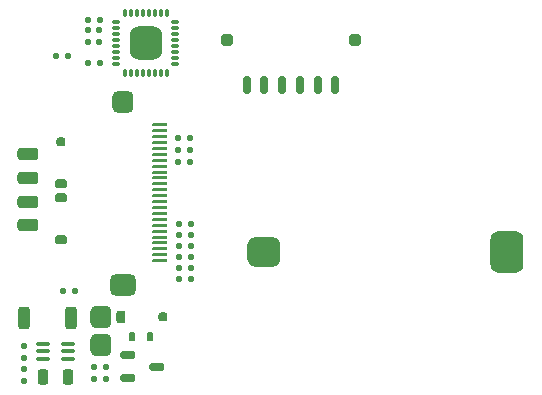
<source format=gtp>
G04*
G04 #@! TF.GenerationSoftware,Altium Limited,Altium Designer,18.1.7 (191)*
G04*
G04 Layer_Color=8421504*
%FSLAX25Y25*%
%MOIN*%
G70*
G01*
G75*
G04:AMPARAMS|DCode=19|XSize=23.62mil|YSize=59.06mil|CornerRadius=5.91mil|HoleSize=0mil|Usage=FLASHONLY|Rotation=180.000|XOffset=0mil|YOffset=0mil|HoleType=Round|Shape=RoundedRectangle|*
%AMROUNDEDRECTD19*
21,1,0.02362,0.04724,0,0,180.0*
21,1,0.01181,0.05906,0,0,180.0*
1,1,0.01181,-0.00591,0.02362*
1,1,0.01181,0.00591,0.02362*
1,1,0.01181,0.00591,-0.02362*
1,1,0.01181,-0.00591,-0.02362*
%
%ADD19ROUNDEDRECTD19*%
G04:AMPARAMS|DCode=20|XSize=39.37mil|YSize=39.37mil|CornerRadius=9.84mil|HoleSize=0mil|Usage=FLASHONLY|Rotation=180.000|XOffset=0mil|YOffset=0mil|HoleType=Round|Shape=RoundedRectangle|*
%AMROUNDEDRECTD20*
21,1,0.03937,0.01968,0,0,180.0*
21,1,0.01968,0.03937,0,0,180.0*
1,1,0.01968,-0.00984,0.00984*
1,1,0.01968,0.00984,0.00984*
1,1,0.01968,0.00984,-0.00984*
1,1,0.01968,-0.00984,-0.00984*
%
%ADD20ROUNDEDRECTD20*%
G04:AMPARAMS|DCode=21|XSize=40mil|YSize=74mil|CornerRadius=10mil|HoleSize=0mil|Usage=FLASHONLY|Rotation=180.000|XOffset=0mil|YOffset=0mil|HoleType=Round|Shape=RoundedRectangle|*
%AMROUNDEDRECTD21*
21,1,0.04000,0.05400,0,0,180.0*
21,1,0.02000,0.07400,0,0,180.0*
1,1,0.02000,-0.01000,0.02700*
1,1,0.02000,0.01000,0.02700*
1,1,0.02000,0.01000,-0.02700*
1,1,0.02000,-0.01000,-0.02700*
%
%ADD21ROUNDEDRECTD21*%
G04:AMPARAMS|DCode=22|XSize=110mil|YSize=140mil|CornerRadius=27.5mil|HoleSize=0mil|Usage=FLASHONLY|Rotation=0.000|XOffset=0mil|YOffset=0mil|HoleType=Round|Shape=RoundedRectangle|*
%AMROUNDEDRECTD22*
21,1,0.11000,0.08500,0,0,0.0*
21,1,0.05500,0.14000,0,0,0.0*
1,1,0.05500,0.02750,-0.04250*
1,1,0.05500,-0.02750,-0.04250*
1,1,0.05500,-0.02750,0.04250*
1,1,0.05500,0.02750,0.04250*
%
%ADD22ROUNDEDRECTD22*%
G04:AMPARAMS|DCode=23|XSize=110mil|YSize=100mil|CornerRadius=25mil|HoleSize=0mil|Usage=FLASHONLY|Rotation=0.000|XOffset=0mil|YOffset=0mil|HoleType=Round|Shape=RoundedRectangle|*
%AMROUNDEDRECTD23*
21,1,0.11000,0.05000,0,0,0.0*
21,1,0.06000,0.10000,0,0,0.0*
1,1,0.05000,0.03000,-0.02500*
1,1,0.05000,-0.03000,-0.02500*
1,1,0.05000,-0.03000,0.02500*
1,1,0.05000,0.03000,0.02500*
%
%ADD23ROUNDEDRECTD23*%
G04:AMPARAMS|DCode=24|XSize=20mil|YSize=20mil|CornerRadius=5mil|HoleSize=0mil|Usage=FLASHONLY|Rotation=270.000|XOffset=0mil|YOffset=0mil|HoleType=Round|Shape=RoundedRectangle|*
%AMROUNDEDRECTD24*
21,1,0.02000,0.01000,0,0,270.0*
21,1,0.01000,0.02000,0,0,270.0*
1,1,0.01000,-0.00500,-0.00500*
1,1,0.01000,-0.00500,0.00500*
1,1,0.01000,0.00500,0.00500*
1,1,0.01000,0.00500,-0.00500*
%
%ADD24ROUNDEDRECTD24*%
G04:AMPARAMS|DCode=25|XSize=23.62mil|YSize=50mil|CornerRadius=5.91mil|HoleSize=0mil|Usage=FLASHONLY|Rotation=90.000|XOffset=0mil|YOffset=0mil|HoleType=Round|Shape=RoundedRectangle|*
%AMROUNDEDRECTD25*
21,1,0.02362,0.03819,0,0,90.0*
21,1,0.01181,0.05000,0,0,90.0*
1,1,0.01181,0.01909,0.00591*
1,1,0.01181,0.01909,-0.00591*
1,1,0.01181,-0.01909,-0.00591*
1,1,0.01181,-0.01909,0.00591*
%
%ADD25ROUNDEDRECTD25*%
G04:AMPARAMS|DCode=26|XSize=51.18mil|YSize=35.43mil|CornerRadius=8.86mil|HoleSize=0mil|Usage=FLASHONLY|Rotation=270.000|XOffset=0mil|YOffset=0mil|HoleType=Round|Shape=RoundedRectangle|*
%AMROUNDEDRECTD26*
21,1,0.05118,0.01772,0,0,270.0*
21,1,0.03347,0.03543,0,0,270.0*
1,1,0.01772,-0.00886,-0.01673*
1,1,0.01772,-0.00886,0.01673*
1,1,0.01772,0.00886,0.01673*
1,1,0.01772,0.00886,-0.01673*
%
%ADD26ROUNDEDRECTD26*%
G04:AMPARAMS|DCode=27|XSize=20mil|YSize=20mil|CornerRadius=5mil|HoleSize=0mil|Usage=FLASHONLY|Rotation=180.000|XOffset=0mil|YOffset=0mil|HoleType=Round|Shape=RoundedRectangle|*
%AMROUNDEDRECTD27*
21,1,0.02000,0.01000,0,0,180.0*
21,1,0.01000,0.02000,0,0,180.0*
1,1,0.01000,-0.00500,0.00500*
1,1,0.01000,0.00500,0.00500*
1,1,0.01000,0.00500,-0.00500*
1,1,0.01000,-0.00500,-0.00500*
%
%ADD27ROUNDEDRECTD27*%
G04:AMPARAMS|DCode=28|XSize=46mil|YSize=14mil|CornerRadius=3.5mil|HoleSize=0mil|Usage=FLASHONLY|Rotation=0.000|XOffset=0mil|YOffset=0mil|HoleType=Round|Shape=RoundedRectangle|*
%AMROUNDEDRECTD28*
21,1,0.04600,0.00700,0,0,0.0*
21,1,0.03900,0.01400,0,0,0.0*
1,1,0.00700,0.01950,-0.00350*
1,1,0.00700,-0.01950,-0.00350*
1,1,0.00700,-0.01950,0.00350*
1,1,0.00700,0.01950,0.00350*
%
%ADD28ROUNDEDRECTD28*%
G04:AMPARAMS|DCode=29|XSize=30mil|YSize=22mil|CornerRadius=5.5mil|HoleSize=0mil|Usage=FLASHONLY|Rotation=90.000|XOffset=0mil|YOffset=0mil|HoleType=Round|Shape=RoundedRectangle|*
%AMROUNDEDRECTD29*
21,1,0.03000,0.01100,0,0,90.0*
21,1,0.01900,0.02200,0,0,90.0*
1,1,0.01100,0.00550,0.00950*
1,1,0.01100,0.00550,-0.00950*
1,1,0.01100,-0.00550,-0.00950*
1,1,0.01100,-0.00550,0.00950*
%
%ADD29ROUNDEDRECTD29*%
G04:AMPARAMS|DCode=30|XSize=75mil|YSize=70mil|CornerRadius=17.5mil|HoleSize=0mil|Usage=FLASHONLY|Rotation=90.000|XOffset=0mil|YOffset=0mil|HoleType=Round|Shape=RoundedRectangle|*
%AMROUNDEDRECTD30*
21,1,0.07500,0.03500,0,0,90.0*
21,1,0.04000,0.07000,0,0,90.0*
1,1,0.03500,0.01750,0.02000*
1,1,0.03500,0.01750,-0.02000*
1,1,0.03500,-0.01750,-0.02000*
1,1,0.03500,-0.01750,0.02000*
%
%ADD30ROUNDEDRECTD30*%
G04:AMPARAMS|DCode=31|XSize=30mil|YSize=40mil|CornerRadius=7.5mil|HoleSize=0mil|Usage=FLASHONLY|Rotation=180.000|XOffset=0mil|YOffset=0mil|HoleType=Round|Shape=RoundedRectangle|*
%AMROUNDEDRECTD31*
21,1,0.03000,0.02500,0,0,180.0*
21,1,0.01500,0.04000,0,0,180.0*
1,1,0.01500,-0.00750,0.01250*
1,1,0.01500,0.00750,0.01250*
1,1,0.01500,0.00750,-0.01250*
1,1,0.01500,-0.00750,-0.01250*
%
%ADD31ROUNDEDRECTD31*%
G04:AMPARAMS|DCode=32|XSize=30mil|YSize=30mil|CornerRadius=7.5mil|HoleSize=0mil|Usage=FLASHONLY|Rotation=180.000|XOffset=0mil|YOffset=0mil|HoleType=Round|Shape=RoundedRectangle|*
%AMROUNDEDRECTD32*
21,1,0.03000,0.01500,0,0,180.0*
21,1,0.01500,0.03000,0,0,180.0*
1,1,0.01500,-0.00750,0.00750*
1,1,0.01500,0.00750,0.00750*
1,1,0.01500,0.00750,-0.00750*
1,1,0.01500,-0.00750,-0.00750*
%
%ADD32ROUNDEDRECTD32*%
G04:AMPARAMS|DCode=33|XSize=30mil|YSize=40mil|CornerRadius=7.5mil|HoleSize=0mil|Usage=FLASHONLY|Rotation=270.000|XOffset=0mil|YOffset=0mil|HoleType=Round|Shape=RoundedRectangle|*
%AMROUNDEDRECTD33*
21,1,0.03000,0.02500,0,0,270.0*
21,1,0.01500,0.04000,0,0,270.0*
1,1,0.01500,-0.01250,-0.00750*
1,1,0.01500,-0.01250,0.00750*
1,1,0.01500,0.01250,0.00750*
1,1,0.01500,0.01250,-0.00750*
%
%ADD33ROUNDEDRECTD33*%
G04:AMPARAMS|DCode=34|XSize=30mil|YSize=30mil|CornerRadius=7.5mil|HoleSize=0mil|Usage=FLASHONLY|Rotation=270.000|XOffset=0mil|YOffset=0mil|HoleType=Round|Shape=RoundedRectangle|*
%AMROUNDEDRECTD34*
21,1,0.03000,0.01500,0,0,270.0*
21,1,0.01500,0.03000,0,0,270.0*
1,1,0.01500,-0.00750,-0.00750*
1,1,0.01500,-0.00750,0.00750*
1,1,0.01500,0.00750,0.00750*
1,1,0.01500,0.00750,-0.00750*
%
%ADD34ROUNDEDRECTD34*%
G04:AMPARAMS|DCode=35|XSize=39.37mil|YSize=70mil|CornerRadius=9.84mil|HoleSize=0mil|Usage=FLASHONLY|Rotation=270.000|XOffset=0mil|YOffset=0mil|HoleType=Round|Shape=RoundedRectangle|*
%AMROUNDEDRECTD35*
21,1,0.03937,0.05031,0,0,270.0*
21,1,0.01968,0.07000,0,0,270.0*
1,1,0.01968,-0.02516,-0.00984*
1,1,0.01968,-0.02516,0.00984*
1,1,0.01968,0.02516,0.00984*
1,1,0.01968,0.02516,-0.00984*
%
%ADD35ROUNDEDRECTD35*%
G04:AMPARAMS|DCode=36|XSize=106.3mil|YSize=110.24mil|CornerRadius=26.57mil|HoleSize=0mil|Usage=FLASHONLY|Rotation=0.000|XOffset=0mil|YOffset=0mil|HoleType=Round|Shape=RoundedRectangle|*
%AMROUNDEDRECTD36*
21,1,0.10630,0.05709,0,0,0.0*
21,1,0.05315,0.11024,0,0,0.0*
1,1,0.05315,0.02657,-0.02854*
1,1,0.05315,-0.02657,-0.02854*
1,1,0.05315,-0.02657,0.02854*
1,1,0.05315,0.02657,0.02854*
%
%ADD36ROUNDEDRECTD36*%
G04:AMPARAMS|DCode=37|XSize=11.81mil|YSize=23.62mil|CornerRadius=2.95mil|HoleSize=0mil|Usage=FLASHONLY|Rotation=90.000|XOffset=0mil|YOffset=0mil|HoleType=Round|Shape=RoundedRectangle|*
%AMROUNDEDRECTD37*
21,1,0.01181,0.01772,0,0,90.0*
21,1,0.00591,0.02362,0,0,90.0*
1,1,0.00591,0.00886,0.00295*
1,1,0.00591,0.00886,-0.00295*
1,1,0.00591,-0.00886,-0.00295*
1,1,0.00591,-0.00886,0.00295*
%
%ADD37ROUNDEDRECTD37*%
G04:AMPARAMS|DCode=38|XSize=11.81mil|YSize=23.62mil|CornerRadius=2.95mil|HoleSize=0mil|Usage=FLASHONLY|Rotation=180.000|XOffset=0mil|YOffset=0mil|HoleType=Round|Shape=RoundedRectangle|*
%AMROUNDEDRECTD38*
21,1,0.01181,0.01772,0,0,180.0*
21,1,0.00591,0.02362,0,0,180.0*
1,1,0.00591,-0.00295,0.00886*
1,1,0.00591,0.00295,0.00886*
1,1,0.00591,0.00295,-0.00886*
1,1,0.00591,-0.00295,-0.00886*
%
%ADD38ROUNDEDRECTD38*%
G04:AMPARAMS|DCode=39|XSize=50mil|YSize=10mil|CornerRadius=2.5mil|HoleSize=0mil|Usage=FLASHONLY|Rotation=0.000|XOffset=0mil|YOffset=0mil|HoleType=Round|Shape=RoundedRectangle|*
%AMROUNDEDRECTD39*
21,1,0.05000,0.00500,0,0,0.0*
21,1,0.04500,0.01000,0,0,0.0*
1,1,0.00500,0.02250,-0.00250*
1,1,0.00500,-0.02250,-0.00250*
1,1,0.00500,-0.02250,0.00250*
1,1,0.00500,0.02250,0.00250*
%
%ADD39ROUNDEDRECTD39*%
G04:AMPARAMS|DCode=40|XSize=86mil|YSize=72mil|CornerRadius=18mil|HoleSize=0mil|Usage=FLASHONLY|Rotation=180.000|XOffset=0mil|YOffset=0mil|HoleType=Round|Shape=RoundedRectangle|*
%AMROUNDEDRECTD40*
21,1,0.08600,0.03600,0,0,180.0*
21,1,0.05000,0.07200,0,0,180.0*
1,1,0.03600,-0.02500,0.01800*
1,1,0.03600,0.02500,0.01800*
1,1,0.03600,0.02500,-0.01800*
1,1,0.03600,-0.02500,-0.01800*
%
%ADD40ROUNDEDRECTD40*%
G04:AMPARAMS|DCode=41|XSize=70mil|YSize=72mil|CornerRadius=17.5mil|HoleSize=0mil|Usage=FLASHONLY|Rotation=180.000|XOffset=0mil|YOffset=0mil|HoleType=Round|Shape=RoundedRectangle|*
%AMROUNDEDRECTD41*
21,1,0.07000,0.03700,0,0,180.0*
21,1,0.03500,0.07200,0,0,180.0*
1,1,0.03500,-0.01750,0.01850*
1,1,0.03500,0.01750,0.01850*
1,1,0.03500,0.01750,-0.01850*
1,1,0.03500,-0.01750,-0.01850*
%
%ADD41ROUNDEDRECTD41*%
D19*
X83500Y124000D02*
D03*
X77595D02*
D03*
X95311D02*
D03*
X89406D02*
D03*
X71689D02*
D03*
X65784D02*
D03*
D20*
X101811Y139142D02*
D03*
X59284D02*
D03*
D21*
X-8300Y46400D02*
D03*
X7300D02*
D03*
D22*
X152600Y68500D02*
D03*
D23*
X71600D02*
D03*
D24*
X8700Y55400D02*
D03*
X4700D02*
D03*
X18800Y26200D02*
D03*
X14800D02*
D03*
X18800Y30200D02*
D03*
X14800D02*
D03*
X47000Y102400D02*
D03*
X43000D02*
D03*
X43250Y77900D02*
D03*
X47250D02*
D03*
X12800Y131300D02*
D03*
X16800D02*
D03*
X12800Y145700D02*
D03*
X16800D02*
D03*
X6200Y133900D02*
D03*
X2200D02*
D03*
X43000Y106500D02*
D03*
X47000D02*
D03*
X43000Y98300D02*
D03*
X47000D02*
D03*
X43250Y74220D02*
D03*
X47250D02*
D03*
X43250Y70540D02*
D03*
X47250D02*
D03*
X43250Y66860D02*
D03*
X47250D02*
D03*
X43250Y63180D02*
D03*
X47250D02*
D03*
X43250Y59500D02*
D03*
X47250D02*
D03*
D25*
X35906Y30200D02*
D03*
X26094Y26460D02*
D03*
Y33940D02*
D03*
D26*
X6134Y26600D02*
D03*
X-2134D02*
D03*
D27*
X-8400Y29300D02*
D03*
Y25300D02*
D03*
X-8300Y37100D02*
D03*
Y33100D02*
D03*
X16600Y142300D02*
D03*
Y138300D02*
D03*
X13000Y142300D02*
D03*
Y138300D02*
D03*
D28*
X-2000Y37900D02*
D03*
Y35300D02*
D03*
Y32700D02*
D03*
X6200D02*
D03*
Y35300D02*
D03*
Y37900D02*
D03*
D29*
X27600Y40100D02*
D03*
X33600D02*
D03*
D30*
X17100Y46628D02*
D03*
Y37572D02*
D03*
D31*
X23800Y46900D02*
D03*
D32*
X37800D02*
D03*
D33*
X4000Y91000D02*
D03*
Y72500D02*
D03*
Y86500D02*
D03*
D34*
Y105000D02*
D03*
D35*
X-7200Y85226D02*
D03*
Y77352D02*
D03*
Y93100D02*
D03*
Y100974D02*
D03*
D36*
X32100Y138200D02*
D03*
D37*
X22100Y131200D02*
D03*
Y133200D02*
D03*
Y135200D02*
D03*
Y137200D02*
D03*
Y139200D02*
D03*
Y141200D02*
D03*
Y145200D02*
D03*
Y143200D02*
D03*
X42000Y145200D02*
D03*
Y143200D02*
D03*
Y141200D02*
D03*
Y139200D02*
D03*
Y137200D02*
D03*
Y135200D02*
D03*
Y131200D02*
D03*
Y133200D02*
D03*
D38*
X39100Y128200D02*
D03*
X37100D02*
D03*
X35100D02*
D03*
X33100D02*
D03*
X31100D02*
D03*
X29100D02*
D03*
X25100D02*
D03*
X27100D02*
D03*
X39100Y148200D02*
D03*
X37100D02*
D03*
X35100D02*
D03*
X33100D02*
D03*
X31100D02*
D03*
X29100D02*
D03*
X25100D02*
D03*
X27100D02*
D03*
D39*
X36898Y65362D02*
D03*
Y67331D02*
D03*
Y69299D02*
D03*
Y71268D02*
D03*
Y73236D02*
D03*
Y75205D02*
D03*
Y77173D02*
D03*
Y79142D02*
D03*
Y81110D02*
D03*
Y83079D02*
D03*
Y85047D02*
D03*
Y87016D02*
D03*
Y88984D02*
D03*
Y90953D02*
D03*
Y92921D02*
D03*
Y94890D02*
D03*
Y96858D02*
D03*
Y98827D02*
D03*
Y100795D02*
D03*
Y102764D02*
D03*
Y104732D02*
D03*
Y106701D02*
D03*
Y108669D02*
D03*
Y110638D02*
D03*
D40*
X24500Y57500D02*
D03*
D41*
Y118500D02*
D03*
M02*

</source>
